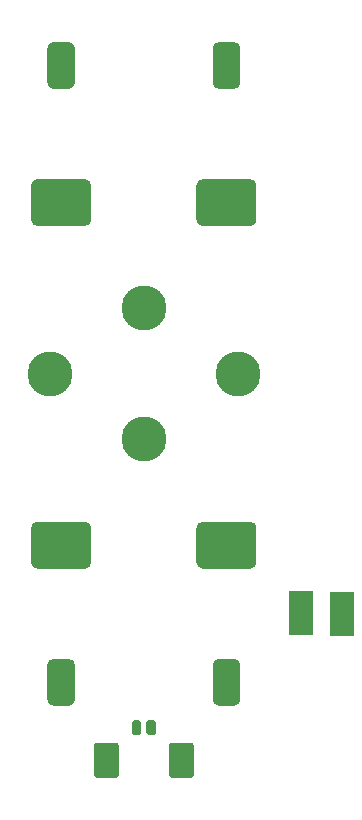
<source format=gts>
G04 #@! TF.GenerationSoftware,KiCad,Pcbnew,(5.1.8)-1*
G04 #@! TF.CreationDate,2020-11-25T14:47:02+01:00*
G04 #@! TF.ProjectId,GN_BatteryHolder,474e5f42-6174-4746-9572-79486f6c6465,1.0*
G04 #@! TF.SameCoordinates,PX8f0d180PY5f5e100*
G04 #@! TF.FileFunction,Soldermask,Top*
G04 #@! TF.FilePolarity,Negative*
%FSLAX46Y46*%
G04 Gerber Fmt 4.6, Leading zero omitted, Abs format (unit mm)*
G04 Created by KiCad (PCBNEW (5.1.8)-1) date 2020-11-25 14:47:02*
%MOMM*%
%LPD*%
G01*
G04 APERTURE LIST*
%ADD10R,2.000000X3.800000*%
%ADD11C,3.810000*%
G04 APERTURE END LIST*
D10*
X13350001Y-18250000D03*
X16800000Y-18300000D03*
D11*
X-7937500Y2000000D03*
X7937500Y2000000D03*
X0Y-3549900D03*
X0Y7549900D03*
X0Y7549900D03*
X0Y-3549900D03*
X-7937500Y2000000D03*
X7937500Y2000000D03*
G36*
G01*
X-6331675Y26130000D02*
X-7668325Y26130000D01*
G75*
G02*
X-8168400Y26630075I0J500075D01*
G01*
X-8168400Y29592325D01*
G75*
G02*
X-7668325Y30092400I500075J0D01*
G01*
X-6331675Y30092400D01*
G75*
G02*
X-5831600Y29592325I0J-500075D01*
G01*
X-5831600Y26630075D01*
G75*
G02*
X-6331675Y26130000I-500075J0D01*
G01*
G37*
G36*
G01*
X-4958960Y14523400D02*
X-9041040Y14523400D01*
G75*
G02*
X-9540000Y15022360I0J498960D01*
G01*
X-9540000Y17984440D01*
G75*
G02*
X-9041040Y18483400I498960J0D01*
G01*
X-4958960Y18483400D01*
G75*
G02*
X-4460000Y17984440I0J-498960D01*
G01*
X-4460000Y15022360D01*
G75*
G02*
X-4958960Y14523400I-498960J0D01*
G01*
G37*
G36*
G01*
X-6331675Y-26092400D02*
X-7668325Y-26092400D01*
G75*
G02*
X-8168400Y-25592325I0J500075D01*
G01*
X-8168400Y-22630075D01*
G75*
G02*
X-7668325Y-22130000I500075J0D01*
G01*
X-6331675Y-22130000D01*
G75*
G02*
X-5831600Y-22630075I0J-500075D01*
G01*
X-5831600Y-25592325D01*
G75*
G02*
X-6331675Y-26092400I-500075J0D01*
G01*
G37*
G36*
G01*
X-4958960Y-14483400D02*
X-9041040Y-14483400D01*
G75*
G02*
X-9540000Y-13984440I0J498960D01*
G01*
X-9540000Y-11022360D01*
G75*
G02*
X-9041040Y-10523400I498960J0D01*
G01*
X-4958960Y-10523400D01*
G75*
G02*
X-4460000Y-11022360I0J-498960D01*
G01*
X-4460000Y-13984440D01*
G75*
G02*
X-4958960Y-14483400I-498960J0D01*
G01*
G37*
G36*
G01*
X9041040Y-14483400D02*
X4958960Y-14483400D01*
G75*
G02*
X4460000Y-13984440I0J498960D01*
G01*
X4460000Y-11022360D01*
G75*
G02*
X4958960Y-10523400I498960J0D01*
G01*
X9041040Y-10523400D01*
G75*
G02*
X9540000Y-11022360I0J-498960D01*
G01*
X9540000Y-13984440D01*
G75*
G02*
X9041040Y-14483400I-498960J0D01*
G01*
G37*
G36*
G01*
X7668325Y-26092400D02*
X6331675Y-26092400D01*
G75*
G02*
X5831600Y-25592325I0J500075D01*
G01*
X5831600Y-22630075D01*
G75*
G02*
X6331675Y-22130000I500075J0D01*
G01*
X7668325Y-22130000D01*
G75*
G02*
X8168400Y-22630075I0J-500075D01*
G01*
X8168400Y-25592325D01*
G75*
G02*
X7668325Y-26092400I-500075J0D01*
G01*
G37*
G36*
G01*
X9041040Y14523400D02*
X4958960Y14523400D01*
G75*
G02*
X4460000Y15022360I0J498960D01*
G01*
X4460000Y17984440D01*
G75*
G02*
X4958960Y18483400I498960J0D01*
G01*
X9041040Y18483400D01*
G75*
G02*
X9540000Y17984440I0J-498960D01*
G01*
X9540000Y15022360D01*
G75*
G02*
X9041040Y14523400I-498960J0D01*
G01*
G37*
G36*
G01*
X7668325Y26130000D02*
X6331675Y26130000D01*
G75*
G02*
X5831600Y26630075I0J500075D01*
G01*
X5831600Y29592325D01*
G75*
G02*
X6331675Y30092400I500075J0D01*
G01*
X7668325Y30092400D01*
G75*
G02*
X8168400Y29592325I0J-500075D01*
G01*
X8168400Y26630075D01*
G75*
G02*
X7668325Y26130000I-500075J0D01*
G01*
G37*
G36*
G01*
X-1025000Y-28410000D02*
X-1025000Y-27510000D01*
G75*
G02*
X-825000Y-27310000I200000J0D01*
G01*
X-425000Y-27310000D01*
G75*
G02*
X-225000Y-27510000I0J-200000D01*
G01*
X-225000Y-28410000D01*
G75*
G02*
X-425000Y-28610000I-200000J0D01*
G01*
X-825000Y-28610000D01*
G75*
G02*
X-1025000Y-28410000I0J200000D01*
G01*
G37*
G36*
G01*
X225000Y-28410000D02*
X225000Y-27510000D01*
G75*
G02*
X425000Y-27310000I200000J0D01*
G01*
X825000Y-27310000D01*
G75*
G02*
X1025000Y-27510000I0J-200000D01*
G01*
X1025000Y-28410000D01*
G75*
G02*
X825000Y-28610000I-200000J0D01*
G01*
X425000Y-28610000D01*
G75*
G02*
X225000Y-28410000I0J200000D01*
G01*
G37*
G36*
G01*
X-4225000Y-31960001D02*
X-4225000Y-29459999D01*
G75*
G02*
X-3975001Y-29210000I249999J0D01*
G01*
X-2374999Y-29210000D01*
G75*
G02*
X-2125000Y-29459999I0J-249999D01*
G01*
X-2125000Y-31960001D01*
G75*
G02*
X-2374999Y-32210000I-249999J0D01*
G01*
X-3975001Y-32210000D01*
G75*
G02*
X-4225000Y-31960001I0J249999D01*
G01*
G37*
G36*
G01*
X2125000Y-31960001D02*
X2125000Y-29459999D01*
G75*
G02*
X2374999Y-29210000I249999J0D01*
G01*
X3975001Y-29210000D01*
G75*
G02*
X4225000Y-29459999I0J-249999D01*
G01*
X4225000Y-31960001D01*
G75*
G02*
X3975001Y-32210000I-249999J0D01*
G01*
X2374999Y-32210000D01*
G75*
G02*
X2125000Y-31960001I0J249999D01*
G01*
G37*
M02*

</source>
